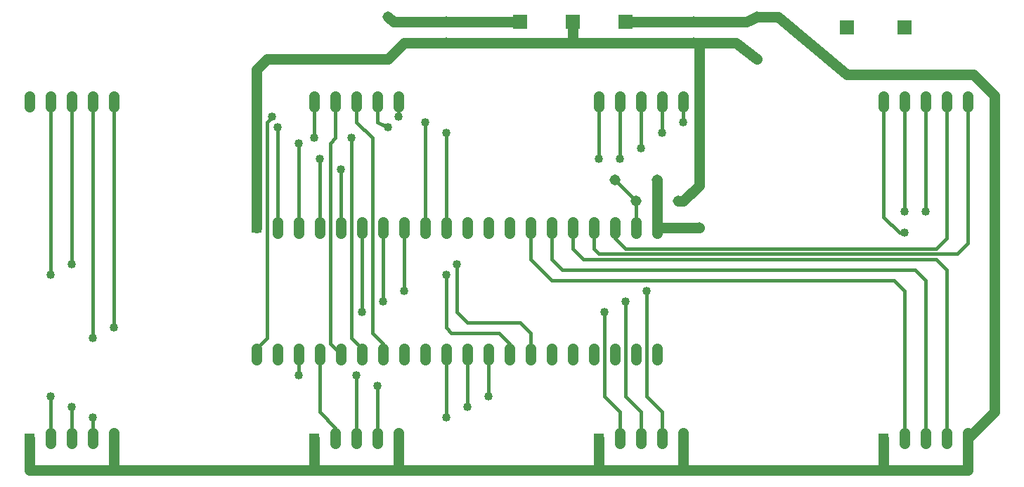
<source format=gbl>
G04 Output by ViewMate Deluxe V11.0.9  PentaLogix LLC*
G04 Sun Jun 14 09:16:29 2015*
%FSLAX33Y33*%
%MOMM*%
%IPPOS*%
%ADD10R,1.3081X1.3081*%
%ADD11C,1.3081*%
%ADD12C,1.3081*%
%ADD13R,1.8009X1.8009*%
%ADD14C,1.27*%
%ADD15C,0.4064*%
%ADD16C,1.016*%

%LPD*%
X0Y0D2*D11*G1X24173Y12974D2*X24173Y14282D1*X21633Y14282D2*X21633Y12974D1*X19093Y12974D2*X19093Y14282D1*X16553Y14282D2*X16553Y12974D1*X14013Y54844D2*X14013Y53536D1*X16553Y53536D2*X16553Y54844D1*X19093Y54844D2*X19093Y53536D1*X21633Y53536D2*X21633Y54844D1*X24173Y54844D2*X24173Y53536D1*X48303Y53536D2*X48303Y54844D1*X50843Y54844D2*X50843Y53536D1*X53383Y53536D2*X53383Y54844D1*X55923Y54844D2*X55923Y53536D1*X58463Y53536D2*X58463Y54844D1*X82593Y54844D2*X82593Y53536D1*X85133Y53536D2*X85133Y54844D1*X87673Y54844D2*X87673Y53536D1*X90213Y53536D2*X90213Y54844D1*X92753Y54844D2*X92753Y53536D1*X116883Y53536D2*X116883Y54844D1*X119423Y54844D2*X119423Y53536D1*X121963Y53536D2*X121963Y54844D1*X124503Y54844D2*X124503Y53536D1*X127043Y53536D2*X127043Y54844D1*X127043Y12974D2*X127043Y14282D1*X124503Y14282D2*X124503Y12974D1*X121963Y12974D2*X121963Y14282D1*X119423Y14282D2*X119423Y12974D1*X92753Y12974D2*X92753Y14282D1*X90213Y14282D2*X90213Y12974D1*X87673Y12974D2*X87673Y14282D1*X85133Y14282D2*X85133Y12974D1*X58463Y12974D2*X58463Y14282D1*X55923Y14282D2*X55923Y12974D1*X53383Y12974D2*X53383Y14282D1*X50843Y14282D2*X50843Y12974D1*X41318Y23096D2*X41318Y24402D1*X43858Y24402D2*X43858Y23096D1*X46398Y23096D2*X46398Y24402D1*X48938Y24402D2*X48938Y23096D1*X51478Y23096D2*X51478Y24402D1*X54018Y24402D2*X54018Y23096D1*X56558Y23096D2*X56558Y24402D1*X59098Y24402D2*X59098Y23096D1*X61638Y23096D2*X61638Y24402D1*X64178Y24402D2*X64178Y23096D1*X66718Y23096D2*X66718Y24402D1*X69258Y24402D2*X69258Y23096D1*X71798Y23096D2*X71798Y24402D1*X74338Y24402D2*X74338Y23096D1*X76878Y23096D2*X76878Y24402D1*X79418Y24402D2*X79418Y23096D1*X81958Y23096D2*X81958Y24402D1*X84498Y24402D2*X84498Y23096D1*X87038Y23096D2*X87038Y24402D1*X89578Y24402D2*X89578Y23096D1*X89578Y39642D2*X89578Y38336D1*X87038Y38336D2*X87038Y39642D1*X84498Y39642D2*X84498Y38336D1*X81958Y38336D2*X81958Y39642D1*X79418Y39642D2*X79418Y38336D1*X76878Y38336D2*X76878Y39642D1*X74338Y39642D2*X74338Y38336D1*X71798Y38336D2*X71798Y39642D1*X69258Y39642D2*X69258Y38336D1*X66718Y38336D2*X66718Y39642D1*X64178Y39642D2*X64178Y38336D1*X61638Y38336D2*X61638Y39642D1*X59098Y39642D2*X59098Y38336D1*X56558Y38336D2*X56558Y39642D1*X54018Y39642D2*X54018Y38336D1*X51478Y38336D2*X51478Y39642D1*X48938Y39642D2*X48938Y38336D1*X46398Y38336D2*X46398Y39642D1*X43858Y39642D2*X43858Y38336D1*D14*X57193Y64389D2*X57828Y63754D1*X64178Y63754*X73068Y63754*X94658Y61214D2*X99103Y61214D1*X101643Y59309*X94658Y38989D2*X89578Y38989D1*X89578Y44704*X92118Y42164D2*X92753Y42164D1*X94658Y44069*X94658Y61214*X94023Y61214*X79418Y61214*X41318Y38989D2*X41318Y58039D1*X42588Y59309*X57193Y59309*X59098Y61214*X64178Y61214*X79418Y61214*X79418Y63754*X85768Y63754D2*X94023Y63754D1*X100373Y63754*X101643Y64389*X104183Y64389*X112438Y57404*X127678Y57404*X130218Y54864*X130218Y16805*X127043Y13630*X127043Y9779*X116883Y9779*X116883Y13630D2*X116883Y9779D1*X92753Y9779*X92753Y13630D2*X92753Y9779D1*X82593Y9779*X82593Y13630D2*X82593Y9779D1*X58463Y9779*X58463Y13630D2*X58463Y9779D1*X48303Y9779*X48303Y13630D2*X48303Y9779D1*X24173Y9779*X24173Y13630*X14013Y13630D2*X14013Y9779D1*X24173Y9779*D15*X119423Y38354D2*X118788Y38354D1*X116883Y40259*X121963Y40894D2*X121963Y54188D1*X119423Y54188D2*X119423Y40894D1*X116883Y40259D2*X116883Y54188D1*X19093Y54188D2*X19093Y34544D1*X16553Y33274D2*X16553Y54188D1*X21633Y16129D2*X21633Y13630D1*X19093Y13630D2*X19093Y17399D1*X16553Y18669D2*X16553Y13630D1*X21633Y54188D2*X21633Y25654D1*X24173Y26924D2*X24173Y54188D1*X43858Y51054D2*X43858Y38989D1*X43223Y52324D2*X42588Y51689D1*X42588Y25654*X41318Y24384*X41318Y23749*X46398Y23749D2*X46398Y21209D1*X59098Y38989D2*X59098Y31369D1*X56558Y30099D2*X56558Y38989D1*X54018Y38989D2*X54018Y28829D1*X51478Y45974D2*X51478Y38989D1*X48938Y38989D2*X48938Y47244D1*X46398Y49149D2*X46398Y38989D1*X48303Y54188D2*X48303Y49784D1*X50843Y49784D2*X50843Y54188D1*X61638Y38989D2*X61638Y51689D1*X64178Y50419D2*X64178Y38989D1*X82593Y54188D2*X82593Y47244D1*X92753Y54188D2*X92753Y51689D1*X90213Y50419D2*X90213Y54188D1*X87673Y54188D2*X87673Y48514D1*X85133Y47244D2*X85133Y54188D1*X84498Y44704D2*X87038Y42164D1*X87038Y38989*X84498Y38989D2*X84498Y37719D1*X85768Y36449*X123233Y36449*X124503Y37719*X124503Y54188*X127043Y54188D2*X127043Y37084D1*X125773Y35814*X82593Y35814*X81958Y36449*X81958Y38989*X79418Y38989D2*X79418Y36449D1*X80688Y35179*X123233Y35179*X124503Y33909*X124503Y13630*X121963Y13630D2*X121963Y32639D1*X120693Y33909*X78148Y33909*X76878Y35179*X76878Y38989*X74338Y38989D2*X74338Y35179D1*X76878Y32639*X118153Y32639*X119423Y31369*X119423Y13630*X90213Y13630D2*X90213Y16764D1*X88308Y18669*X88308Y31369*X85768Y30099D2*X85768Y18669D1*X87673Y16764*X87673Y13630*X85133Y13630D2*X85133Y16764D1*X83228Y18669*X83228Y28829*X74338Y23749D2*X74338Y26289D1*X73068Y27559*X66718Y27559*X65448Y28829*X65448Y34544*X64178Y33274D2*X64178Y26924D1*X64813Y26289*X70528Y26289*X71798Y25019*X71798Y23749*X69258Y18669D2*X69258Y23749D1*X66718Y23749D2*X66718Y17399D1*X64178Y16129D2*X64178Y23749D1*X55923Y19939D2*X55923Y13630D1*X53383Y13630D2*X53383Y21209D1*X50843Y13630D2*X50843Y14859D1*X48938Y16764*X48938Y23749*X51478Y23749D2*X50208Y25019D1*X50208Y49149*X50843Y49784*X52748Y49784D2*X52748Y25654D1*X54018Y24384*X54018Y23749*X56558Y23749D2*X56558Y25019D1*X55288Y26289*X55288Y49784*X53383Y51689*X53383Y54188*X55923Y54188D2*X55923Y51689D1*X57193Y51054*X58463Y54188D2*X58463Y52324D1*D10*X41318Y38989D3*X116883Y13630D3*X82593Y13630D3*X48303Y13630D3*X14013Y13630D3*D12*X57193Y64389D3*X57193Y59309D3*X64178Y61214D3*X64178Y63754D3*X101643Y64389D3*X94023Y63754D3*X94023Y61214D3*X101643Y59309D3*X94658Y38989D3*X94658Y44069D3*X92118Y42164D3*X89578Y44704D3*X87038Y42164D3*X84498Y44704D3*D13*X119423Y63119D3*X112438Y63119D3*X85768Y63754D3*X79418Y63754D3*X73068Y63754D3*D16*X19093Y34544D3*X16553Y33274D3*X21633Y16129D3*X19093Y17399D3*X16553Y18669D3*X21633Y25654D3*X24173Y26924D3*X46398Y21209D3*X88308Y31369D3*X85768Y30099D3*X83228Y28829D3*X69258Y18669D3*X66718Y17399D3*X64178Y16129D3*X55923Y19939D3*X53383Y21209D3*X54018Y28829D3*X56558Y30099D3*X59098Y31369D3*X64178Y33274D3*X65448Y34544D3*X43223Y52324D3*X43858Y51054D3*X51478Y45974D3*X48938Y47244D3*X46398Y49149D3*X48303Y49784D3*X52748Y49784D3*X57193Y51054D3*X58463Y52324D3*X61638Y51689D3*X64178Y50419D3*X82593Y47244D3*X85133Y47244D3*X87673Y48514D3*X90213Y50419D3*X92753Y51689D3*X121963Y40894D3*X119423Y40894D3*X119423Y38354D3*X0Y0D2*M02*
</source>
